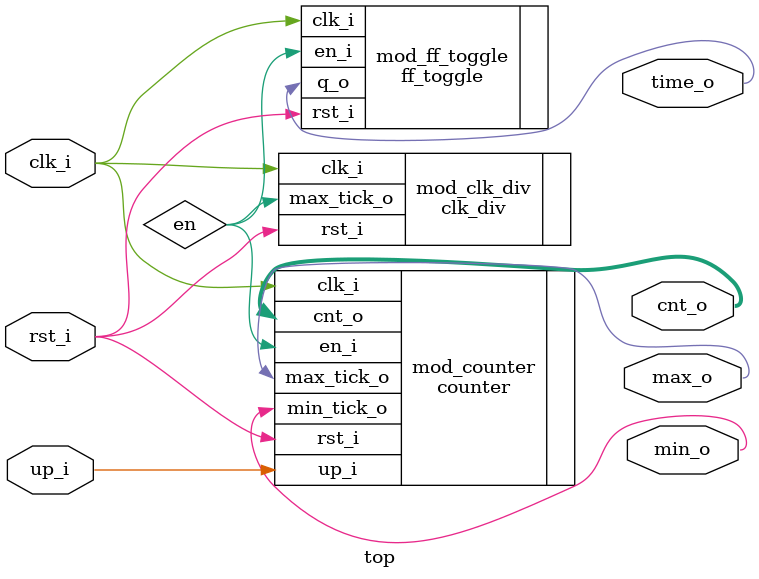
<source format=v>

module top ( 
  input        clk_i,
  input        rst_i,
  input        up_i,
  output [4:0] cnt_o,
  output       time_o,
  output       max_o,
  output       min_o
);
  
  wire en;
  
  clk_div #(.Width(26), .MaxVal(50_000_000)) mod_clk_div (
    .clk_i(clk_i),
    .rst_i(rst_i),
    .max_tick_o(en)
  );
  
  ff_toggle mod_ff_toggle (
    .clk_i(clk_i),
    .rst_i(rst_i),
    .en_i(en),
    .q_o(time_o)
  );
  
  counter #(.Width(5)) mod_counter (
    .clk_i(clk_i),
    .rst_i(rst_i),
    .en_i(en),
    .up_i(up_i),
    .cnt_o(cnt_o),
    .max_tick_o(max_o),
    .min_tick_o(min_o)
  );

endmodule
</source>
